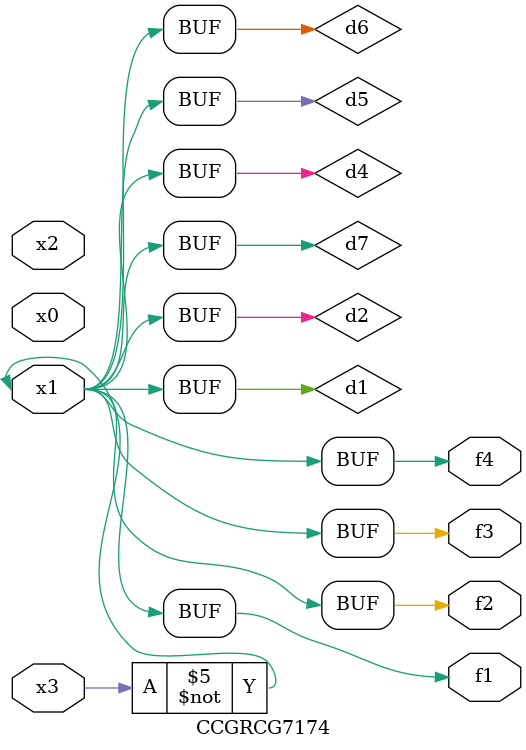
<source format=v>
module CCGRCG7174(
	input x0, x1, x2, x3,
	output f1, f2, f3, f4
);

	wire d1, d2, d3, d4, d5, d6, d7;

	not (d1, x3);
	buf (d2, x1);
	xnor (d3, d1, d2);
	nor (d4, d1);
	buf (d5, d1, d2);
	buf (d6, d4, d5);
	nand (d7, d4);
	assign f1 = d6;
	assign f2 = d7;
	assign f3 = d6;
	assign f4 = d6;
endmodule

</source>
